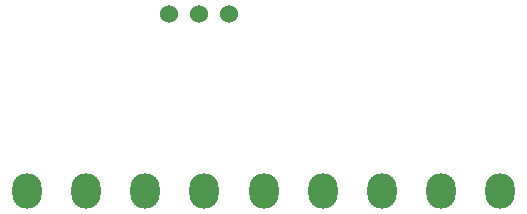
<source format=gbr>
G04 #@! TF.FileFunction,Soldermask,Bot*
%FSLAX46Y46*%
G04 Gerber Fmt 4.6, Leading zero omitted, Abs format (unit mm)*
G04 Created by KiCad (PCBNEW 4.0.7-e2-6376~58~ubuntu16.04.1) date Wed Aug 15 22:35:47 2018*
%MOMM*%
%LPD*%
G01*
G04 APERTURE LIST*
%ADD10C,0.100000*%
%ADD11O,2.500000X3.000000*%
%ADD12C,1.524000*%
G04 APERTURE END LIST*
D10*
D11*
X134000000Y-104000000D03*
X139000000Y-104000000D03*
X144000000Y-104000000D03*
X149000000Y-104000000D03*
X154000000Y-104000000D03*
X159000000Y-104000000D03*
X164000000Y-104000000D03*
X169000000Y-104000000D03*
X174000000Y-104000000D03*
D12*
X145960000Y-89000000D03*
X148500000Y-89000000D03*
X151040000Y-89000000D03*
M02*

</source>
